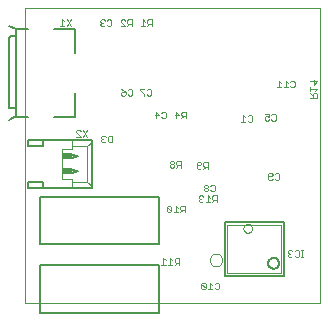
<source format=gbo>
G75*
G70*
%OFA0B0*%
%FSLAX24Y24*%
%IPPOS*%
%LPD*%
%AMOC8*
5,1,8,0,0,1.08239X$1,22.5*
%
%ADD10C,0.0000*%
%ADD11C,0.0050*%
%ADD12C,0.0020*%
%ADD13C,0.0080*%
%ADD14R,0.0344X0.0197*%
%ADD15C,0.0060*%
D10*
X000841Y000938D02*
X000841Y010780D01*
X010684Y010780D01*
X010684Y000938D01*
X000841Y000938D01*
X006995Y002377D02*
X006997Y002405D01*
X007003Y002433D01*
X007012Y002459D01*
X007025Y002485D01*
X007041Y002508D01*
X007061Y002528D01*
X007083Y002546D01*
X007107Y002561D01*
X007133Y002572D01*
X007160Y002580D01*
X007188Y002584D01*
X007216Y002584D01*
X007244Y002580D01*
X007271Y002572D01*
X007297Y002561D01*
X007321Y002546D01*
X007343Y002528D01*
X007363Y002508D01*
X007379Y002485D01*
X007392Y002459D01*
X007401Y002433D01*
X007407Y002405D01*
X007409Y002377D01*
X007407Y002349D01*
X007401Y002321D01*
X007392Y002295D01*
X007379Y002269D01*
X007363Y002246D01*
X007343Y002226D01*
X007321Y002208D01*
X007297Y002193D01*
X007271Y002182D01*
X007244Y002174D01*
X007216Y002170D01*
X007188Y002170D01*
X007160Y002174D01*
X007133Y002182D01*
X007107Y002193D01*
X007083Y002208D01*
X007061Y002226D01*
X007041Y002246D01*
X007025Y002269D01*
X007012Y002295D01*
X007003Y002321D01*
X006997Y002349D01*
X006995Y002377D01*
X008112Y003435D02*
X008114Y003459D01*
X008120Y003482D01*
X008129Y003504D01*
X008142Y003524D01*
X008157Y003542D01*
X008176Y003557D01*
X008197Y003569D01*
X008219Y003577D01*
X008242Y003582D01*
X008266Y003583D01*
X008290Y003580D01*
X008312Y003573D01*
X008334Y003563D01*
X008354Y003550D01*
X008371Y003533D01*
X008385Y003514D01*
X008396Y003493D01*
X008404Y003470D01*
X008408Y003447D01*
X008408Y003423D01*
X008404Y003400D01*
X008396Y003377D01*
X008385Y003356D01*
X008371Y003337D01*
X008354Y003320D01*
X008334Y003307D01*
X008312Y003297D01*
X008290Y003290D01*
X008266Y003287D01*
X008242Y003288D01*
X008219Y003293D01*
X008197Y003301D01*
X008176Y003313D01*
X008157Y003328D01*
X008142Y003346D01*
X008129Y003366D01*
X008120Y003388D01*
X008114Y003411D01*
X008112Y003435D01*
D11*
X005290Y002906D02*
X001353Y002906D01*
X001353Y004481D01*
X005290Y004481D01*
X005290Y002906D01*
X005290Y002198D02*
X005290Y000623D01*
X001353Y000623D01*
X001353Y002198D01*
X005290Y002198D01*
X002495Y007158D02*
X001812Y007158D01*
X002495Y007158D02*
X002495Y007958D01*
X002495Y009272D02*
X002495Y010072D01*
X001814Y010072D01*
X002495Y010076D02*
X002495Y010072D01*
X000932Y010072D02*
X000526Y010072D01*
X000528Y010076D01*
X000526Y010072D02*
X000526Y009835D01*
X000367Y009835D01*
X000367Y009836D02*
X000349Y009830D01*
X000333Y009822D01*
X000318Y009810D01*
X000306Y009796D01*
X000297Y009780D01*
X000291Y009762D01*
X000289Y009744D01*
X000290Y009725D01*
X000290Y008615D01*
X000290Y007505D01*
X000291Y007490D01*
X000296Y007475D01*
X000303Y007462D01*
X000313Y007451D01*
X000326Y007442D01*
X000340Y007436D01*
X000355Y007434D01*
X000526Y007434D01*
X000526Y007158D01*
X000932Y007158D01*
X000540Y007164D02*
X000292Y007040D01*
X000526Y007434D02*
X000526Y009835D01*
X000536Y010068D02*
X000292Y010188D01*
X000292Y008625D02*
X000290Y008622D01*
X000289Y008619D01*
X000290Y008615D01*
D12*
X002003Y010190D02*
X002150Y010190D01*
X002076Y010190D02*
X002076Y010410D01*
X002150Y010337D01*
X002224Y010410D02*
X002371Y010190D01*
X002224Y010190D02*
X002371Y010410D01*
X003351Y010358D02*
X003351Y010321D01*
X003388Y010284D01*
X003351Y010248D01*
X003351Y010211D01*
X003388Y010174D01*
X003461Y010174D01*
X003498Y010211D01*
X003572Y010211D02*
X003609Y010174D01*
X003682Y010174D01*
X003719Y010211D01*
X003719Y010358D01*
X003682Y010394D01*
X003609Y010394D01*
X003572Y010358D01*
X003498Y010358D02*
X003461Y010394D01*
X003388Y010394D01*
X003351Y010358D01*
X003388Y010284D02*
X003425Y010284D01*
X004021Y010321D02*
X004021Y010358D01*
X004057Y010394D01*
X004131Y010394D01*
X004167Y010358D01*
X004242Y010358D02*
X004242Y010284D01*
X004278Y010248D01*
X004388Y010248D01*
X004315Y010248D02*
X004242Y010174D01*
X004167Y010174D02*
X004021Y010321D01*
X004021Y010174D02*
X004167Y010174D01*
X004242Y010358D02*
X004278Y010394D01*
X004388Y010394D01*
X004388Y010174D01*
X004690Y010174D02*
X004837Y010174D01*
X004763Y010174D02*
X004763Y010394D01*
X004837Y010321D01*
X004911Y010284D02*
X004948Y010248D01*
X005058Y010248D01*
X004984Y010248D02*
X004911Y010174D01*
X004911Y010284D02*
X004911Y010358D01*
X004948Y010394D01*
X005058Y010394D01*
X005058Y010174D01*
X005002Y008080D02*
X005039Y008043D01*
X005039Y007896D01*
X005002Y007859D01*
X004929Y007859D01*
X004892Y007896D01*
X004818Y007896D02*
X004818Y007859D01*
X004818Y007896D02*
X004671Y008043D01*
X004671Y008080D01*
X004818Y008080D01*
X004892Y008043D02*
X004929Y008080D01*
X005002Y008080D01*
X004409Y008043D02*
X004409Y007896D01*
X004372Y007859D01*
X004299Y007859D01*
X004262Y007896D01*
X004188Y007896D02*
X004188Y007970D01*
X004078Y007970D01*
X004041Y007933D01*
X004041Y007896D01*
X004078Y007859D01*
X004151Y007859D01*
X004188Y007896D01*
X004188Y007970D02*
X004115Y008043D01*
X004041Y008080D01*
X004262Y008043D02*
X004299Y008080D01*
X004372Y008080D01*
X004409Y008043D01*
X005199Y007324D02*
X005199Y007103D01*
X005162Y007213D02*
X005309Y007213D01*
X005199Y007324D01*
X005383Y007287D02*
X005420Y007324D01*
X005493Y007324D01*
X005530Y007287D01*
X005530Y007140D01*
X005493Y007103D01*
X005420Y007103D01*
X005383Y007140D01*
X005832Y007213D02*
X005978Y007213D01*
X005868Y007324D01*
X005868Y007103D01*
X006053Y007103D02*
X006126Y007177D01*
X006089Y007177D02*
X006199Y007177D01*
X006199Y007103D02*
X006199Y007324D01*
X006089Y007324D01*
X006053Y007287D01*
X006053Y007213D01*
X006089Y007177D01*
X006023Y005678D02*
X005913Y005678D01*
X005877Y005641D01*
X005877Y005568D01*
X005913Y005531D01*
X006023Y005531D01*
X005950Y005531D02*
X005877Y005458D01*
X005802Y005495D02*
X005802Y005531D01*
X005766Y005568D01*
X005692Y005568D01*
X005656Y005531D01*
X005656Y005495D01*
X005692Y005458D01*
X005766Y005458D01*
X005802Y005495D01*
X005766Y005568D02*
X005802Y005605D01*
X005802Y005641D01*
X005766Y005678D01*
X005692Y005678D01*
X005656Y005641D01*
X005656Y005605D01*
X005692Y005568D01*
X006023Y005458D02*
X006023Y005678D01*
X006561Y005602D02*
X006561Y005455D01*
X006598Y005418D01*
X006671Y005418D01*
X006708Y005455D01*
X006671Y005529D02*
X006561Y005529D01*
X006561Y005602D02*
X006598Y005639D01*
X006671Y005639D01*
X006708Y005602D01*
X006708Y005565D01*
X006671Y005529D01*
X006782Y005529D02*
X006819Y005492D01*
X006929Y005492D01*
X006929Y005418D02*
X006929Y005639D01*
X006819Y005639D01*
X006782Y005602D01*
X006782Y005529D01*
X006855Y005492D02*
X006782Y005418D01*
X006834Y004891D02*
X006797Y004854D01*
X006797Y004817D01*
X006834Y004781D01*
X006907Y004781D01*
X006944Y004817D01*
X006944Y004854D01*
X006907Y004891D01*
X006834Y004891D01*
X006834Y004781D02*
X006797Y004744D01*
X006797Y004707D01*
X006834Y004670D01*
X006907Y004670D01*
X006944Y004707D01*
X006944Y004744D01*
X006907Y004781D01*
X007018Y004854D02*
X007055Y004891D01*
X007128Y004891D01*
X007165Y004854D01*
X007165Y004707D01*
X007128Y004670D01*
X007055Y004670D01*
X007018Y004707D01*
X006929Y004528D02*
X006929Y004308D01*
X007002Y004308D02*
X006855Y004308D01*
X006781Y004345D02*
X006744Y004308D01*
X006671Y004308D01*
X006634Y004345D01*
X006634Y004381D01*
X006671Y004418D01*
X006708Y004418D01*
X006671Y004418D02*
X006634Y004455D01*
X006634Y004492D01*
X006671Y004528D01*
X006744Y004528D01*
X006781Y004492D01*
X006929Y004528D02*
X007002Y004455D01*
X007076Y004492D02*
X007113Y004528D01*
X007223Y004528D01*
X007223Y004308D01*
X007223Y004381D02*
X007113Y004381D01*
X007076Y004418D01*
X007076Y004492D01*
X007150Y004381D02*
X007076Y004308D01*
X007579Y003558D02*
X009379Y003558D01*
X009379Y001940D01*
X007579Y001940D01*
X007579Y003558D01*
X006160Y003968D02*
X006160Y004188D01*
X006050Y004188D01*
X006013Y004151D01*
X006013Y004078D01*
X006050Y004041D01*
X006160Y004041D01*
X006087Y004041D02*
X006013Y003968D01*
X005939Y003968D02*
X005792Y003968D01*
X005866Y003968D02*
X005866Y004188D01*
X005939Y004114D01*
X005718Y004151D02*
X005718Y004004D01*
X005571Y004151D01*
X005571Y004004D01*
X005608Y003968D01*
X005681Y003968D01*
X005718Y004004D01*
X005718Y004151D02*
X005681Y004188D01*
X005608Y004188D01*
X005571Y004151D01*
X005674Y002436D02*
X005674Y002216D01*
X005601Y002216D02*
X005748Y002216D01*
X005822Y002216D02*
X005895Y002289D01*
X005859Y002289D02*
X005969Y002289D01*
X005969Y002216D02*
X005969Y002436D01*
X005859Y002436D01*
X005822Y002399D01*
X005822Y002326D01*
X005859Y002289D01*
X005748Y002363D02*
X005674Y002436D01*
X005527Y002363D02*
X005453Y002436D01*
X005453Y002216D01*
X005380Y002216D02*
X005527Y002216D01*
X006713Y001578D02*
X006713Y001431D01*
X006750Y001395D01*
X006823Y001395D01*
X006860Y001431D01*
X006713Y001578D01*
X006750Y001615D01*
X006823Y001615D01*
X006860Y001578D01*
X006860Y001431D01*
X006934Y001395D02*
X007081Y001395D01*
X007007Y001395D02*
X007007Y001615D01*
X007081Y001541D01*
X007155Y001578D02*
X007192Y001615D01*
X007265Y001615D01*
X007302Y001578D01*
X007302Y001431D01*
X007265Y001395D01*
X007192Y001395D01*
X007155Y001431D01*
X009601Y002518D02*
X009637Y002482D01*
X009711Y002482D01*
X009748Y002518D01*
X009822Y002518D02*
X009858Y002482D01*
X009932Y002482D01*
X009969Y002518D01*
X009969Y002665D01*
X009932Y002702D01*
X009858Y002702D01*
X009822Y002665D01*
X009748Y002665D02*
X009711Y002702D01*
X009637Y002702D01*
X009601Y002665D01*
X009601Y002628D01*
X009637Y002592D01*
X009601Y002555D01*
X009601Y002518D01*
X009637Y002592D02*
X009674Y002592D01*
X010043Y002702D02*
X010116Y002702D01*
X010079Y002702D02*
X010079Y002482D01*
X010043Y002482D02*
X010116Y002482D01*
X009273Y005056D02*
X009200Y005056D01*
X009163Y005093D01*
X009089Y005093D02*
X009052Y005056D01*
X008979Y005056D01*
X008942Y005093D01*
X008942Y005240D01*
X008979Y005276D01*
X009052Y005276D01*
X009089Y005240D01*
X009089Y005203D01*
X009052Y005166D01*
X008942Y005166D01*
X009163Y005240D02*
X009200Y005276D01*
X009273Y005276D01*
X009310Y005240D01*
X009310Y005093D01*
X009273Y005056D01*
X009155Y007025D02*
X009081Y007025D01*
X009045Y007061D01*
X008971Y007061D02*
X008934Y007025D01*
X008860Y007025D01*
X008824Y007061D01*
X008824Y007135D01*
X008860Y007171D01*
X008897Y007171D01*
X008971Y007135D01*
X008971Y007245D01*
X008824Y007245D01*
X009045Y007208D02*
X009081Y007245D01*
X009155Y007245D01*
X009192Y007208D01*
X009192Y007061D01*
X009155Y007025D01*
X008404Y007022D02*
X008367Y006985D01*
X008294Y006985D01*
X008257Y007022D01*
X008183Y006985D02*
X008036Y006985D01*
X008110Y006985D02*
X008110Y007205D01*
X008183Y007132D01*
X008257Y007169D02*
X008294Y007205D01*
X008367Y007205D01*
X008404Y007169D01*
X008404Y007022D01*
X009233Y008127D02*
X009380Y008127D01*
X009454Y008127D02*
X009601Y008127D01*
X009527Y008127D02*
X009527Y008347D01*
X009601Y008274D01*
X009675Y008310D02*
X009711Y008347D01*
X009785Y008347D01*
X009821Y008310D01*
X009821Y008164D01*
X009785Y008127D01*
X009711Y008127D01*
X009675Y008164D01*
X009380Y008274D02*
X009306Y008347D01*
X009306Y008127D01*
X010353Y008152D02*
X010353Y008005D01*
X010353Y007931D02*
X010427Y007858D01*
X010427Y007895D02*
X010427Y007784D01*
X010353Y007784D02*
X010573Y007784D01*
X010573Y007895D01*
X010537Y007931D01*
X010463Y007931D01*
X010427Y007895D01*
X010500Y008005D02*
X010573Y008079D01*
X010353Y008079D01*
X010463Y008226D02*
X010463Y008373D01*
X010353Y008337D02*
X010573Y008337D01*
X010463Y008226D01*
X003745Y006522D02*
X003745Y006302D01*
X003635Y006302D01*
X003598Y006339D01*
X003598Y006486D01*
X003635Y006522D01*
X003745Y006522D01*
X003524Y006486D02*
X003487Y006522D01*
X003414Y006522D01*
X003377Y006486D01*
X003377Y006449D01*
X003414Y006412D01*
X003450Y006412D01*
X003414Y006412D02*
X003377Y006376D01*
X003377Y006339D01*
X003414Y006302D01*
X003487Y006302D01*
X003524Y006339D01*
X003056Y006322D02*
X002908Y006174D01*
X002416Y006174D01*
X002416Y006371D01*
X002540Y006489D02*
X002687Y006489D01*
X002540Y006636D01*
X002540Y006673D01*
X002577Y006709D01*
X002650Y006709D01*
X002687Y006673D01*
X002761Y006709D02*
X002908Y006489D01*
X002761Y006489D02*
X002908Y006709D01*
X002908Y006174D02*
X002908Y004993D01*
X003056Y004845D01*
X002908Y004993D02*
X002416Y004993D01*
X002416Y005091D01*
X002072Y005091D01*
X002072Y006076D01*
X002416Y006076D01*
X002416Y006174D01*
X002416Y004993D02*
X002416Y004796D01*
D13*
X002416Y005288D02*
X002613Y005337D01*
X002416Y005387D01*
X002416Y005780D02*
X002613Y005830D01*
X002416Y005879D01*
X003056Y006322D02*
X003056Y004845D01*
X003056Y004786D01*
X000940Y004786D01*
X000940Y004993D01*
X001432Y004993D01*
X001432Y004796D01*
X001432Y006174D02*
X000940Y006174D01*
X000940Y006381D01*
X003056Y006381D01*
X003056Y006322D01*
X001432Y006371D02*
X001432Y006174D01*
D14*
X002244Y005830D03*
X002244Y005337D03*
D15*
X007489Y003648D02*
X007489Y001850D01*
X009469Y001850D01*
X009469Y003648D01*
X007489Y003648D01*
X008939Y002269D02*
X008941Y002295D01*
X008947Y002321D01*
X008956Y002345D01*
X008969Y002368D01*
X008985Y002389D01*
X009004Y002407D01*
X009025Y002423D01*
X009049Y002435D01*
X009073Y002443D01*
X009099Y002448D01*
X009126Y002449D01*
X009152Y002446D01*
X009177Y002439D01*
X009201Y002429D01*
X009224Y002415D01*
X009244Y002399D01*
X009261Y002379D01*
X009276Y002357D01*
X009287Y002333D01*
X009295Y002308D01*
X009299Y002282D01*
X009299Y002256D01*
X009295Y002230D01*
X009287Y002205D01*
X009276Y002181D01*
X009261Y002159D01*
X009244Y002139D01*
X009224Y002123D01*
X009201Y002109D01*
X009177Y002099D01*
X009152Y002092D01*
X009126Y002089D01*
X009099Y002090D01*
X009073Y002095D01*
X009049Y002103D01*
X009025Y002115D01*
X009004Y002131D01*
X008985Y002149D01*
X008969Y002170D01*
X008956Y002193D01*
X008947Y002217D01*
X008941Y002243D01*
X008939Y002269D01*
M02*

</source>
